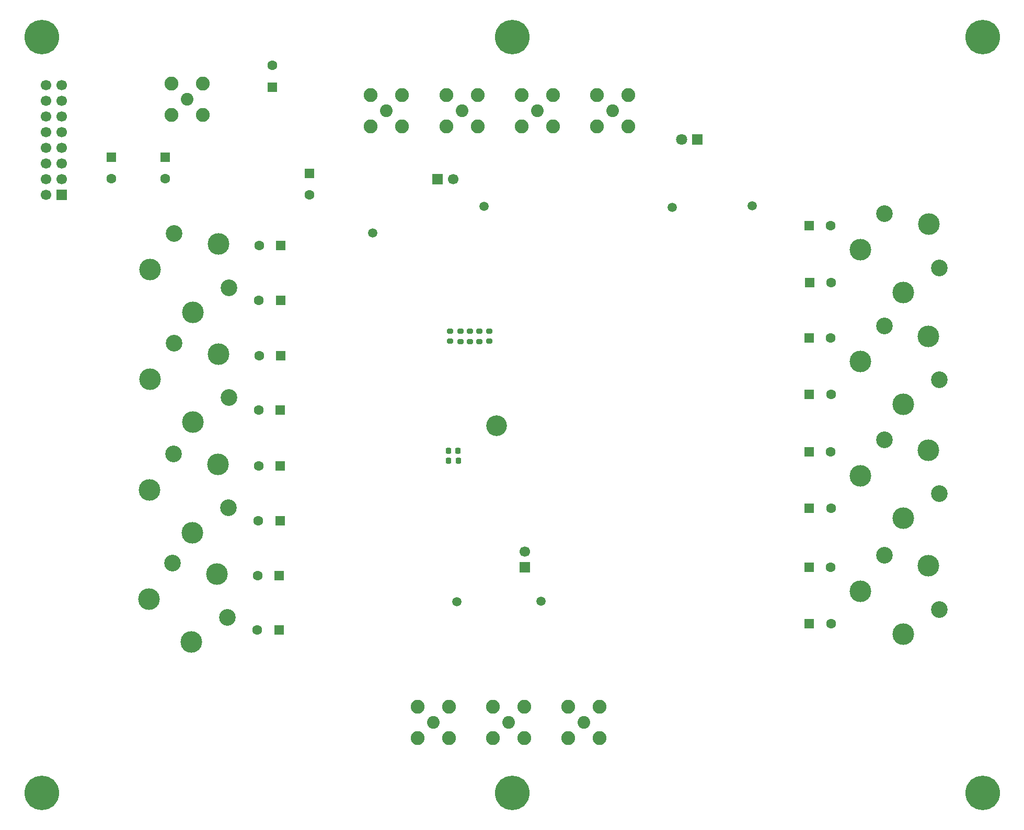
<source format=gbr>
%TF.GenerationSoftware,KiCad,Pcbnew,9.0.1*%
%TF.CreationDate,2025-06-08T13:48:49-07:00*%
%TF.ProjectId,pcm3168a_euro1,70636d33-3136-4386-915f-6575726f312e,rev?*%
%TF.SameCoordinates,Original*%
%TF.FileFunction,Soldermask,Bot*%
%TF.FilePolarity,Negative*%
%FSLAX46Y46*%
G04 Gerber Fmt 4.6, Leading zero omitted, Abs format (unit mm)*
G04 Created by KiCad (PCBNEW 9.0.1) date 2025-06-08 13:48:49*
%MOMM*%
%LPD*%
G01*
G04 APERTURE LIST*
G04 Aperture macros list*
%AMRoundRect*
0 Rectangle with rounded corners*
0 $1 Rounding radius*
0 $2 $3 $4 $5 $6 $7 $8 $9 X,Y pos of 4 corners*
0 Add a 4 corners polygon primitive as box body*
4,1,4,$2,$3,$4,$5,$6,$7,$8,$9,$2,$3,0*
0 Add four circle primitives for the rounded corners*
1,1,$1+$1,$2,$3*
1,1,$1+$1,$4,$5*
1,1,$1+$1,$6,$7*
1,1,$1+$1,$8,$9*
0 Add four rect primitives between the rounded corners*
20,1,$1+$1,$2,$3,$4,$5,0*
20,1,$1+$1,$4,$5,$6,$7,0*
20,1,$1+$1,$6,$7,$8,$9,0*
20,1,$1+$1,$8,$9,$2,$3,0*%
G04 Aperture macros list end*
%ADD10R,1.600000X1.600000*%
%ADD11C,1.600000*%
%ADD12C,3.500000*%
%ADD13C,2.700000*%
%ADD14C,2.050000*%
%ADD15C,2.250000*%
%ADD16C,5.600000*%
%ADD17R,1.700000X1.700000*%
%ADD18C,1.700000*%
%ADD19C,1.500000*%
%ADD20C,3.352800*%
%ADD21R,1.800000X1.800000*%
%ADD22C,1.800000*%
%ADD23RoundRect,0.225000X0.225000X0.250000X-0.225000X0.250000X-0.225000X-0.250000X0.225000X-0.250000X0*%
%ADD24RoundRect,0.200000X0.275000X-0.200000X0.275000X0.200000X-0.275000X0.200000X-0.275000X-0.200000X0*%
%ADD25RoundRect,0.200000X-0.275000X0.200000X-0.275000X-0.200000X0.275000X-0.200000X0.275000X0.200000X0*%
G04 APERTURE END LIST*
D10*
%TO.C,C80*%
X129792400Y-158939501D03*
D11*
X126292400Y-158939501D03*
%TD*%
D10*
%TO.C,C119*%
X215633300Y-166763700D03*
D11*
X219133300Y-166763700D03*
%TD*%
D10*
%TO.C,C46*%
X134696700Y-93752900D03*
D11*
X134696700Y-97252900D03*
%TD*%
D12*
%TO.C,J21*%
X119855000Y-140907000D03*
D13*
X121565000Y-147977000D03*
D12*
X115745000Y-151957000D03*
X108805000Y-145017000D03*
D13*
X112685000Y-139197000D03*
%TD*%
D10*
%TO.C,C102*%
X215582500Y-120383300D03*
D11*
X219082500Y-120383300D03*
%TD*%
D10*
%TO.C,C74*%
X129908200Y-150025599D03*
D11*
X126408200Y-150025599D03*
%TD*%
D14*
%TO.C,J9*%
X183801300Y-83555900D03*
D15*
X186341300Y-81015900D03*
X181261300Y-81015900D03*
X186341300Y-86095900D03*
X181261300Y-86095900D03*
%TD*%
D16*
%TO.C,H6*%
X243700300Y-194171100D03*
%TD*%
D10*
%TO.C,C73*%
X129959000Y-141186400D03*
D11*
X126459000Y-141186400D03*
%TD*%
D10*
%TO.C,C42*%
X102577900Y-91123500D03*
D11*
X102577900Y-94623500D03*
%TD*%
D12*
%TO.C,J26*%
X234957900Y-138619500D03*
D13*
X236667900Y-145689500D03*
D12*
X230847900Y-149669500D03*
X223907900Y-142729500D03*
D13*
X227787900Y-136909500D03*
%TD*%
D16*
%TO.C,H1*%
X91300300Y-71667100D03*
%TD*%
D17*
%TO.C,J8*%
X169595800Y-157561200D03*
D18*
X169595800Y-155021200D03*
%TD*%
D14*
%TO.C,J10*%
X179149100Y-182733500D03*
D15*
X176609100Y-185273500D03*
X181689100Y-185273500D03*
X176609100Y-180193500D03*
X181689100Y-180193500D03*
%TD*%
D14*
%TO.C,J11*%
X171609300Y-83555900D03*
D15*
X174149300Y-81015900D03*
X169069300Y-81015900D03*
X174149300Y-86095900D03*
X169069300Y-86095900D03*
%TD*%
D19*
%TO.C,TP4*%
X162941000Y-99110800D03*
%TD*%
D12*
%TO.C,J24*%
X234983300Y-101980000D03*
D13*
X236693300Y-109050000D03*
D12*
X230873300Y-113030000D03*
X223933300Y-106090000D03*
D13*
X227813300Y-100270000D03*
%TD*%
D12*
%TO.C,J22*%
X119688400Y-158660101D03*
D13*
X121398400Y-165730101D03*
D12*
X115578400Y-169710101D03*
X108638400Y-162770101D03*
D13*
X112518400Y-156950101D03*
%TD*%
D16*
%TO.C,H5*%
X167500300Y-194171100D03*
%TD*%
D19*
%TO.C,TP3*%
X193471800Y-99237800D03*
%TD*%
D10*
%TO.C,C87*%
X215607900Y-102209600D03*
D11*
X219107900Y-102209600D03*
%TD*%
D14*
%TO.C,J19*%
X114820700Y-81700100D03*
D15*
X112280700Y-79160100D03*
X112280700Y-84240100D03*
X117360700Y-79160100D03*
X117360700Y-84240100D03*
%TD*%
D12*
%TO.C,J25*%
X234957900Y-120153700D03*
D13*
X236667900Y-127223700D03*
D12*
X230847900Y-131203700D03*
X223907900Y-124263700D03*
D13*
X227787900Y-118443700D03*
%TD*%
D14*
%TO.C,J14*%
X166957100Y-182733500D03*
D15*
X164417100Y-185273500D03*
X169497100Y-185273500D03*
X164417100Y-180193500D03*
X169497100Y-180193500D03*
%TD*%
D19*
%TO.C,TP2*%
X206349600Y-99009200D03*
%TD*%
D20*
%TO.C,U1*%
X164956201Y-134639199D03*
%TD*%
D14*
%TO.C,J12*%
X154753300Y-182733500D03*
D15*
X152213300Y-185273500D03*
X157293300Y-185273500D03*
X152213300Y-180193500D03*
X157293300Y-180193500D03*
%TD*%
D10*
%TO.C,C31*%
X130030000Y-105474000D03*
D11*
X126530000Y-105474000D03*
%TD*%
D10*
%TO.C,C88*%
X215658700Y-111404400D03*
D11*
X219158700Y-111404400D03*
%TD*%
D14*
%TO.C,J15*%
X159417300Y-83555900D03*
D15*
X161957300Y-81015900D03*
X156877300Y-81015900D03*
X161957300Y-86095900D03*
X156877300Y-86095900D03*
%TD*%
D12*
%TO.C,J17*%
X119911000Y-123012700D03*
D13*
X121621000Y-130082700D03*
D12*
X115801000Y-134062700D03*
X108861000Y-127122700D03*
D13*
X112741000Y-121302700D03*
%TD*%
D14*
%TO.C,J13*%
X147149100Y-83581300D03*
D15*
X149689100Y-86121300D03*
X149689100Y-81041300D03*
X144609100Y-86121300D03*
X144609100Y-81041300D03*
%TD*%
D10*
%TO.C,C118*%
X215582500Y-157568900D03*
D11*
X219082500Y-157568900D03*
%TD*%
D10*
%TO.C,C35*%
X130015000Y-123292100D03*
D11*
X126515000Y-123292100D03*
%TD*%
D19*
%TO.C,TP1*%
X144907000Y-103403400D03*
%TD*%
D10*
%TO.C,C45*%
X111315500Y-91121849D03*
D11*
X111315500Y-94621849D03*
%TD*%
D19*
%TO.C,TP6*%
X158572200Y-163169600D03*
%TD*%
D10*
%TO.C,C111*%
X215633300Y-148043900D03*
D11*
X219133300Y-148043900D03*
%TD*%
D17*
%TO.C,J16*%
X155379500Y-94654100D03*
D18*
X157919500Y-94654100D03*
%TD*%
D12*
%TO.C,J1*%
X119926000Y-105194600D03*
D13*
X121636000Y-112264600D03*
D12*
X115816000Y-116244600D03*
X108876000Y-109304600D03*
D13*
X112756000Y-103484600D03*
%TD*%
D19*
%TO.C,TP5*%
X172186600Y-163093400D03*
%TD*%
D16*
%TO.C,H4*%
X243700300Y-71667100D03*
%TD*%
D10*
%TO.C,C81*%
X129741600Y-167778700D03*
D11*
X126241600Y-167778700D03*
%TD*%
D16*
%TO.C,H2*%
X91300300Y-194171100D03*
%TD*%
D10*
%TO.C,C36*%
X129964200Y-132131299D03*
D11*
X126464200Y-132131299D03*
%TD*%
D16*
%TO.C,H3*%
X167500300Y-71667100D03*
%TD*%
D10*
%TO.C,C110*%
X215582500Y-138849100D03*
D11*
X219082500Y-138849100D03*
%TD*%
D10*
%TO.C,C59*%
X128702300Y-79757500D03*
D11*
X128702300Y-76257500D03*
%TD*%
D21*
%TO.C,D3*%
X197510400Y-88214200D03*
D22*
X194970400Y-88214200D03*
%TD*%
D10*
%TO.C,C67*%
X129979200Y-114313199D03*
D11*
X126479200Y-114313199D03*
%TD*%
D12*
%TO.C,J27*%
X234957900Y-157339300D03*
D13*
X236667900Y-164409300D03*
D12*
X230847900Y-168389300D03*
X223907900Y-161449300D03*
D13*
X227787900Y-155629300D03*
%TD*%
D10*
%TO.C,C103*%
X215633300Y-129578100D03*
D11*
X219133300Y-129578100D03*
%TD*%
D17*
%TO.C,J18*%
X94551500Y-97194100D03*
D18*
X92011500Y-97194100D03*
X94551500Y-94654100D03*
X92011500Y-94654100D03*
X94551500Y-92114100D03*
X92011500Y-92114100D03*
X94551500Y-89574100D03*
X92011500Y-89574100D03*
X94551500Y-87034100D03*
X92011500Y-87034100D03*
X94551500Y-84494100D03*
X92011500Y-84494100D03*
X94551500Y-81954100D03*
X92011500Y-81954100D03*
X94551500Y-79414100D03*
X92011500Y-79414100D03*
%TD*%
D23*
%TO.C,C121*%
X158763000Y-140284200D03*
X157213000Y-140284200D03*
%TD*%
D24*
%TO.C,R1*%
X157480000Y-120941600D03*
X157480000Y-119291600D03*
%TD*%
%TO.C,R14*%
X162204400Y-120992400D03*
X162204400Y-119342400D03*
%TD*%
D25*
%TO.C,R16*%
X163779200Y-119317000D03*
X163779200Y-120967000D03*
%TD*%
D24*
%TO.C,R11*%
X160655000Y-120992400D03*
X160655000Y-119342400D03*
%TD*%
D25*
%TO.C,R13*%
X159105600Y-119342400D03*
X159105600Y-120992400D03*
%TD*%
D23*
%TO.C,C120*%
X158725200Y-138709400D03*
X157175200Y-138709400D03*
%TD*%
M02*

</source>
